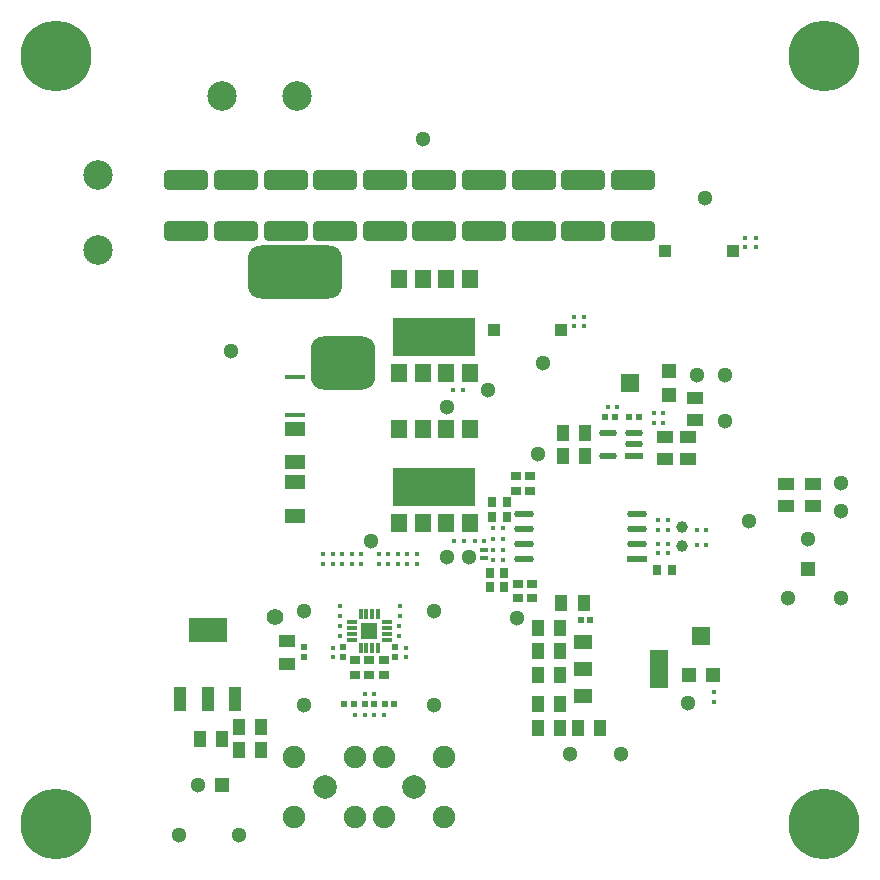
<source format=gbr>
%TF.GenerationSoftware,Altium Limited,Altium Designer,22.9.1 (49)*%
G04 Layer_Color=255*
%FSLAX45Y45*%
%MOMM*%
%TF.SameCoordinates,E77D5F78-0586-4990-9624-58BD59020D5A*%
%TF.FilePolarity,Positive*%
%TF.FileFunction,Pads,Top*%
%TF.Part,Single*%
G01*
G75*
%TA.AperFunction,SMDPad,CuDef*%
%ADD10R,0.45000X0.45000*%
%ADD11R,1.00000X1.45000*%
G04:AMPARAMS|DCode=12|XSize=1.65506mm|YSize=0.58213mm|CornerRadius=0.29107mm|HoleSize=0mm|Usage=FLASHONLY|Rotation=180.000|XOffset=0mm|YOffset=0mm|HoleType=Round|Shape=RoundedRectangle|*
%AMROUNDEDRECTD12*
21,1,1.65506,0.00000,0,0,180.0*
21,1,1.07293,0.58213,0,0,180.0*
1,1,0.58213,-0.53646,0.00000*
1,1,0.58213,0.53646,0.00000*
1,1,0.58213,0.53646,0.00000*
1,1,0.58213,-0.53646,0.00000*
%
%ADD12ROUNDEDRECTD12*%
%ADD13R,1.65506X0.58213*%
%ADD14R,1.40000X1.40000*%
G04:AMPARAMS|DCode=15|XSize=0.86mm|YSize=0.26mm|CornerRadius=0.0325mm|HoleSize=0mm|Usage=FLASHONLY|Rotation=90.000|XOffset=0mm|YOffset=0mm|HoleType=Round|Shape=RoundedRectangle|*
%AMROUNDEDRECTD15*
21,1,0.86000,0.19500,0,0,90.0*
21,1,0.79500,0.26000,0,0,90.0*
1,1,0.06500,0.09750,0.39750*
1,1,0.06500,0.09750,-0.39750*
1,1,0.06500,-0.09750,-0.39750*
1,1,0.06500,-0.09750,0.39750*
%
%ADD15ROUNDEDRECTD15*%
G04:AMPARAMS|DCode=16|XSize=0.86mm|YSize=0.26mm|CornerRadius=0.0325mm|HoleSize=0mm|Usage=FLASHONLY|Rotation=0.000|XOffset=0mm|YOffset=0mm|HoleType=Round|Shape=RoundedRectangle|*
%AMROUNDEDRECTD16*
21,1,0.86000,0.19500,0,0,0.0*
21,1,0.79500,0.26000,0,0,0.0*
1,1,0.06500,0.39750,-0.09750*
1,1,0.06500,-0.39750,-0.09750*
1,1,0.06500,-0.39750,0.09750*
1,1,0.06500,0.39750,0.09750*
%
%ADD16ROUNDEDRECTD16*%
%ADD17R,1.75000X1.15000*%
%ADD18R,0.52000X0.52000*%
%ADD19R,1.45000X1.00000*%
%ADD20C,1.40000*%
%ADD21R,3.25000X2.15000*%
%ADD22R,1.00000X2.15000*%
G04:AMPARAMS|DCode=23|XSize=1.7mm|YSize=3.8mm|CornerRadius=0.425mm|HoleSize=0mm|Usage=FLASHONLY|Rotation=90.000|XOffset=0mm|YOffset=0mm|HoleType=Round|Shape=RoundedRectangle|*
%AMROUNDEDRECTD23*
21,1,1.70000,2.95000,0,0,90.0*
21,1,0.85000,3.80000,0,0,90.0*
1,1,0.85000,1.47500,0.42500*
1,1,0.85000,1.47500,-0.42500*
1,1,0.85000,-1.47500,-0.42500*
1,1,0.85000,-1.47500,0.42500*
%
%ADD23ROUNDEDRECTD23*%
G04:AMPARAMS|DCode=24|XSize=5.5mm|YSize=4.5mm|CornerRadius=1.125mm|HoleSize=0mm|Usage=FLASHONLY|Rotation=180.000|XOffset=0mm|YOffset=0mm|HoleType=Round|Shape=RoundedRectangle|*
%AMROUNDEDRECTD24*
21,1,5.50000,2.25000,0,0,180.0*
21,1,3.25000,4.50000,0,0,180.0*
1,1,2.25000,-1.62500,1.12500*
1,1,2.25000,1.62500,1.12500*
1,1,2.25000,1.62500,-1.12500*
1,1,2.25000,-1.62500,-1.12500*
%
%ADD24ROUNDEDRECTD24*%
%ADD25R,1.35000X1.65000*%
%ADD26R,7.00000X3.20000*%
%ADD27R,0.71120X0.39370*%
%ADD28R,1.70000X0.45000*%
%ADD29R,0.75000X0.85000*%
%ADD30R,1.00000X1.00000*%
%ADD31R,1.60000X1.20000*%
%ADD32R,1.60000X3.30000*%
G04:AMPARAMS|DCode=33|XSize=1.50543mm|YSize=0.57583mm|CornerRadius=0.28791mm|HoleSize=0mm|Usage=FLASHONLY|Rotation=180.000|XOffset=0mm|YOffset=0mm|HoleType=Round|Shape=RoundedRectangle|*
%AMROUNDEDRECTD33*
21,1,1.50543,0.00000,0,0,180.0*
21,1,0.92960,0.57583,0,0,180.0*
1,1,0.57583,-0.46480,0.00000*
1,1,0.57583,0.46480,0.00000*
1,1,0.57583,0.46480,0.00000*
1,1,0.57583,-0.46480,0.00000*
%
%ADD33ROUNDEDRECTD33*%
%ADD34R,1.50543X0.57583*%
%ADD35R,1.52400X1.52400*%
%ADD36R,1.20000X1.20000*%
%ADD37R,0.45000X0.45000*%
%ADD38C,1.30000*%
%ADD39R,0.52000X0.52000*%
%ADD40C,1.00000*%
%ADD41R,1.52400X1.52400*%
%ADD42R,1.20000X1.20000*%
%ADD43R,0.85000X0.75000*%
G04:AMPARAMS|DCode=44|XSize=8mm|YSize=4.5mm|CornerRadius=1.125mm|HoleSize=0mm|Usage=FLASHONLY|Rotation=0.000|XOffset=0mm|YOffset=0mm|HoleType=Round|Shape=RoundedRectangle|*
%AMROUNDEDRECTD44*
21,1,8.00000,2.25000,0,0,0.0*
21,1,5.75000,4.50000,0,0,0.0*
1,1,2.25000,2.87500,-1.12500*
1,1,2.25000,-2.87500,-1.12500*
1,1,2.25000,-2.87500,1.12500*
1,1,2.25000,2.87500,1.12500*
%
%ADD44ROUNDEDRECTD44*%
%TA.AperFunction,ComponentPad*%
%ADD51C,2.50000*%
%ADD52C,1.30000*%
%ADD53C,0.60000*%
%ADD54R,1.30000X1.30000*%
%ADD55R,1.30000X1.30000*%
%ADD56C,1.90500*%
%ADD57C,2.00660*%
%ADD58C,6.00000*%
D10*
X5170000Y4030000D02*
D03*
X5250000D02*
D03*
X4200000Y2909985D02*
D03*
X4280000D02*
D03*
X5640000Y3980000D02*
D03*
X5560000D02*
D03*
X5640000Y3890000D02*
D03*
X5560000D02*
D03*
X4120000Y2890000D02*
D03*
X4040000D02*
D03*
X3110000Y1599999D02*
D03*
X3190000D02*
D03*
X3270000Y1419999D02*
D03*
X3190000D02*
D03*
X3030000D02*
D03*
X3110000D02*
D03*
X4200000Y3000000D02*
D03*
X4280000D02*
D03*
X4200000Y2729999D02*
D03*
X4280000D02*
D03*
X3950000Y2890000D02*
D03*
X3870000D02*
D03*
X4280000Y2819999D02*
D03*
X4200000D02*
D03*
X5999999Y2860000D02*
D03*
X5920000D02*
D03*
X6000000Y2990000D02*
D03*
X5920000D02*
D03*
X3940000Y4170000D02*
D03*
X3860000D02*
D03*
D11*
X4965000Y2370023D02*
D03*
X4775000D02*
D03*
X2235000Y1319999D02*
D03*
X2044999D02*
D03*
X2235000Y1119999D02*
D03*
X2044999D02*
D03*
X1905000Y1219999D02*
D03*
X1715000D02*
D03*
X4765000Y2159976D02*
D03*
X4575000D02*
D03*
X4575000Y1760000D02*
D03*
X4765000D02*
D03*
X4575000Y1960000D02*
D03*
X4765000D02*
D03*
X4975000Y3609999D02*
D03*
X4785000D02*
D03*
X4975000Y3809999D02*
D03*
X4785000D02*
D03*
X4574999Y1510000D02*
D03*
X4765000D02*
D03*
X4575000Y1310000D02*
D03*
X4765000D02*
D03*
X5105000D02*
D03*
X4915000D02*
D03*
D12*
X4461943Y2739499D02*
D03*
Y2866499D02*
D03*
Y2993499D02*
D03*
Y3120499D02*
D03*
X5418057D02*
D03*
Y2993499D02*
D03*
Y2866499D02*
D03*
D13*
Y2739499D02*
D03*
D14*
X3150000Y2130000D02*
D03*
D15*
X3225000Y1985000D02*
D03*
X3075000D02*
D03*
X3125000D02*
D03*
X3175000D02*
D03*
X3075000Y2275000D02*
D03*
X3125000D02*
D03*
X3225000D02*
D03*
X3175000D02*
D03*
D16*
X3005000Y2105000D02*
D03*
Y2154999D02*
D03*
Y2054999D02*
D03*
Y2205000D02*
D03*
X3295000Y2154999D02*
D03*
Y2105000D02*
D03*
Y2054999D02*
D03*
Y2205000D02*
D03*
D17*
X2520000Y3392501D02*
D03*
Y3107501D02*
D03*
Y3842501D02*
D03*
Y3557501D02*
D03*
D18*
X5348999Y3940000D02*
D03*
X5431000D02*
D03*
X5149000Y3939999D02*
D03*
X5231000D02*
D03*
X4939001Y2220000D02*
D03*
X5021001D02*
D03*
X3361000Y1510000D02*
D03*
X3278999D02*
D03*
X2938999D02*
D03*
X3021001D02*
D03*
X3108999D02*
D03*
X3191000D02*
D03*
D19*
X2449976Y1854999D02*
D03*
Y2044999D02*
D03*
X5650000Y3585000D02*
D03*
Y3775000D02*
D03*
X5850000Y3584999D02*
D03*
Y3775000D02*
D03*
X6910000Y3185000D02*
D03*
Y3375000D02*
D03*
X6680000Y3185000D02*
D03*
Y3375000D02*
D03*
X5910000Y3914999D02*
D03*
Y4104999D02*
D03*
D20*
X2349971Y2249999D02*
D03*
D21*
X1780000Y2142499D02*
D03*
D22*
X2010000Y1557499D02*
D03*
X1780000D02*
D03*
X1550000D02*
D03*
D23*
X2440000Y5514999D02*
D03*
Y5945000D02*
D03*
X1600000Y5514999D02*
D03*
Y5945000D02*
D03*
X4120000D02*
D03*
Y5514999D02*
D03*
X3700000Y5945000D02*
D03*
Y5514999D02*
D03*
X4960000Y5945001D02*
D03*
Y5514999D02*
D03*
X3280000Y5945000D02*
D03*
Y5514999D02*
D03*
X5380000Y5945001D02*
D03*
Y5514999D02*
D03*
X2860000Y5945000D02*
D03*
Y5514999D02*
D03*
X2020000Y5945000D02*
D03*
Y5514999D02*
D03*
X4540000Y5945001D02*
D03*
Y5514999D02*
D03*
D24*
X2930000Y4400000D02*
D03*
D25*
X4000000Y4312500D02*
D03*
X3800000D02*
D03*
X3400000Y5107500D02*
D03*
X3600000D02*
D03*
X3800000D02*
D03*
X4000000D02*
D03*
X3600000Y4312500D02*
D03*
X3400000D02*
D03*
X4000000Y3042500D02*
D03*
X3800000D02*
D03*
X3600000D02*
D03*
X3400000D02*
D03*
X3600000Y3837500D02*
D03*
X3400000D02*
D03*
X3800000D02*
D03*
X4000000D02*
D03*
D26*
X3700000Y4619000D02*
D03*
Y3348999D02*
D03*
D27*
X4120000Y2814924D02*
D03*
Y2745074D02*
D03*
D28*
X2520000Y3962500D02*
D03*
Y4277500D02*
D03*
D29*
X5712500Y2650000D02*
D03*
X5587500D02*
D03*
X4312500Y3220000D02*
D03*
X4187500D02*
D03*
X4312500Y3100000D02*
D03*
X4187500D02*
D03*
X4292499Y2620000D02*
D03*
X4167499D02*
D03*
X4292499Y2500000D02*
D03*
X4167499D02*
D03*
D30*
X4205000Y4680001D02*
D03*
X4775000D02*
D03*
X5655000Y5349998D02*
D03*
X6225001D02*
D03*
D31*
X4959999Y1579999D02*
D03*
Y1809999D02*
D03*
Y2039999D02*
D03*
D32*
X5600000Y1809999D02*
D03*
D33*
X5169961Y3805000D02*
D03*
X5390038D02*
D03*
X5169961Y3615000D02*
D03*
X5390038Y3710000D02*
D03*
D34*
Y3615000D02*
D03*
D35*
X5360000Y4229977D02*
D03*
D36*
X5690000Y4129977D02*
D03*
Y4329977D02*
D03*
D37*
X5680000Y2870000D02*
D03*
Y2790000D02*
D03*
X5590000D02*
D03*
Y2870000D02*
D03*
X6070000Y1610000D02*
D03*
Y1529999D02*
D03*
X4970000Y4790000D02*
D03*
Y4710000D02*
D03*
X4880000Y4790000D02*
D03*
Y4710000D02*
D03*
X3460000Y1989999D02*
D03*
Y1909999D02*
D03*
X2900000Y2339999D02*
D03*
Y2260000D02*
D03*
X3410000Y2339999D02*
D03*
Y2260000D02*
D03*
X2840000Y1989999D02*
D03*
Y1909999D02*
D03*
X2900000Y2169999D02*
D03*
Y2090000D02*
D03*
X3400000D02*
D03*
Y2169999D02*
D03*
X3310000Y2700000D02*
D03*
Y2780000D02*
D03*
X3470000Y2700000D02*
D03*
Y2780000D02*
D03*
X3390000Y2700000D02*
D03*
Y2780000D02*
D03*
X2920000Y2700000D02*
D03*
Y2780000D02*
D03*
X2760000Y2700000D02*
D03*
Y2780000D02*
D03*
X2840000Y2700000D02*
D03*
Y2780000D02*
D03*
X3000000Y2700000D02*
D03*
Y2780000D02*
D03*
X3230000Y2700000D02*
D03*
Y2780000D02*
D03*
X3080000Y2700000D02*
D03*
Y2780000D02*
D03*
X3550000Y2700000D02*
D03*
Y2780000D02*
D03*
X5680000Y3069999D02*
D03*
Y2990000D02*
D03*
X5590000Y3069999D02*
D03*
Y2990000D02*
D03*
X6330001Y5459998D02*
D03*
Y5379998D02*
D03*
X6420000Y5459998D02*
D03*
Y5379998D02*
D03*
D38*
X3809977Y4029999D02*
D03*
X4149965Y4169999D02*
D03*
X3989970Y2759999D02*
D03*
X3809976D02*
D03*
X3159968Y2889998D02*
D03*
D39*
X2599977Y1908999D02*
D03*
Y1990999D02*
D03*
X3370000Y1908999D02*
D03*
Y1991000D02*
D03*
X2930000Y1908999D02*
D03*
Y1991000D02*
D03*
D40*
X5799973Y2849999D02*
D03*
X5799975Y3009999D02*
D03*
D41*
X5960000Y2089999D02*
D03*
D42*
X6060000Y1760000D02*
D03*
X5860000D02*
D03*
D43*
X3030000Y1757500D02*
D03*
Y1882499D02*
D03*
X3270000Y1757500D02*
D03*
Y1882499D02*
D03*
X3150000Y1757500D02*
D03*
Y1882499D02*
D03*
X4510000Y3317500D02*
D03*
Y3442500D02*
D03*
X4390000Y3317500D02*
D03*
Y3442500D02*
D03*
X4410000Y2532499D02*
D03*
Y2407499D02*
D03*
X4530000Y2532499D02*
D03*
Y2407499D02*
D03*
D44*
X2520000Y5170000D02*
D03*
D51*
X2537500Y6659999D02*
D03*
X1902500D02*
D03*
X854998Y5987500D02*
D03*
Y5352500D02*
D03*
D52*
X3599970Y6300000D02*
D03*
X1700000Y829999D02*
D03*
X2050000Y400000D02*
D03*
X1540000D02*
D03*
X4579978Y3630000D02*
D03*
X5989977Y5799999D02*
D03*
X3700000Y1500000D02*
D03*
X6859999Y2910000D02*
D03*
X7140000Y2409999D02*
D03*
X2600000Y1500000D02*
D03*
X6689969Y2409999D02*
D03*
X5849958Y1519998D02*
D03*
X1979961Y4499998D02*
D03*
X4619962Y4399998D02*
D03*
X5919964Y4299998D02*
D03*
X2599965Y2300000D02*
D03*
X4849999Y1090000D02*
D03*
X6160000Y3910000D02*
D03*
X5279999Y1090000D02*
D03*
X6159999Y4300000D02*
D03*
X4400000Y2239999D02*
D03*
X6359999Y3059999D02*
D03*
X3700000Y2300000D02*
D03*
X7140000Y3380000D02*
D03*
X7140000Y3150000D02*
D03*
D53*
X3110000Y2090000D02*
D03*
X3190000D02*
D03*
Y2169999D02*
D03*
X3110000D02*
D03*
D54*
X1900000Y829999D02*
D03*
D55*
X6859999Y2656000D02*
D03*
D56*
X3785270Y1065269D02*
D03*
Y554729D02*
D03*
X3274730D02*
D03*
Y1065269D02*
D03*
X3025270D02*
D03*
Y554729D02*
D03*
X2514730Y1065269D02*
D03*
Y554729D02*
D03*
D57*
X3530000Y809999D02*
D03*
X2770000D02*
D03*
D58*
X500000Y7000000D02*
D03*
X7000000D02*
D03*
X500000Y500000D02*
D03*
X7000000D02*
D03*
%TF.MD5,94f1866f836d6e720b9dcecb571d8ebc*%
M02*

</source>
